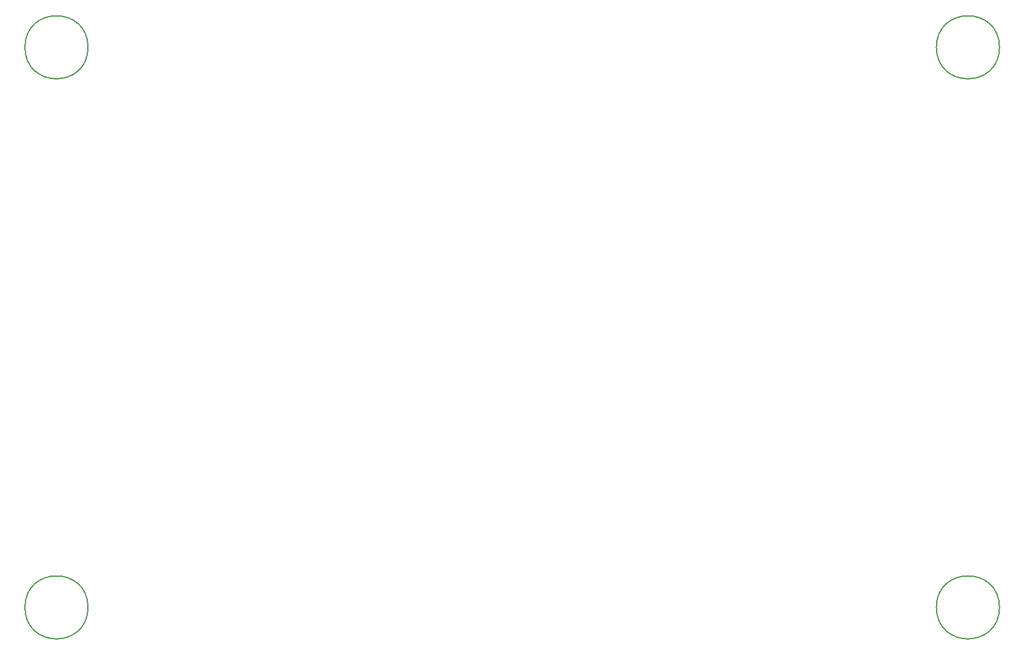
<source format=gbr>
%TF.GenerationSoftware,KiCad,Pcbnew,7.0.1*%
%TF.CreationDate,2023-09-18T22:16:33+09:00*%
%TF.ProjectId,LaunchController,4c61756e-6368-4436-9f6e-74726f6c6c65,rev?*%
%TF.SameCoordinates,Original*%
%TF.FileFunction,Other,Comment*%
%FSLAX46Y46*%
G04 Gerber Fmt 4.6, Leading zero omitted, Abs format (unit mm)*
G04 Created by KiCad (PCBNEW 7.0.1) date 2023-09-18 22:16:33*
%MOMM*%
%LPD*%
G01*
G04 APERTURE LIST*
%ADD10C,0.150000*%
G04 APERTURE END LIST*
D10*
%TO.C,REF\u002A\u002A*%
X144500000Y-90000000D02*
G75*
G03*
X144500000Y-90000000I-4500000J0D01*
G01*
X144500000Y-10000000D02*
G75*
G03*
X144500000Y-10000000I-4500000J0D01*
G01*
X14500000Y-90000000D02*
G75*
G03*
X14500000Y-90000000I-4500000J0D01*
G01*
X14500000Y-10000000D02*
G75*
G03*
X14500000Y-10000000I-4500000J0D01*
G01*
%TD*%
M02*

</source>
